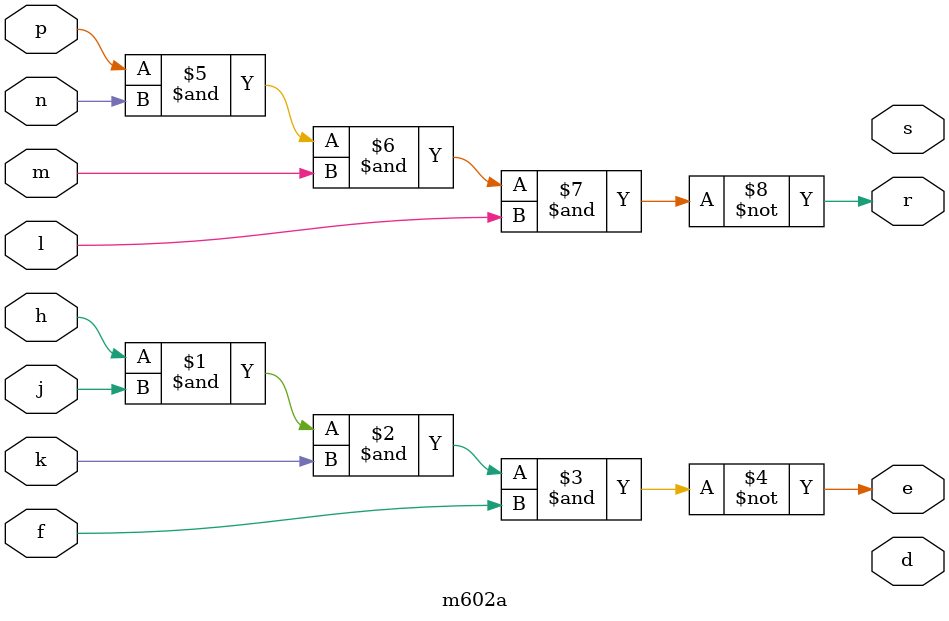
<source format=v>
module m602a (d, e, f, h, j, k, l, m, n, p, r, s);
output d;
output e;
input f;
input h;
input j;
input k;
input l;
input m;
input n;
input p;
output r;
output s;


assign e = ~(h & j & k & f);
assign r = ~(p & n & m & l);
// open collector 'wire-or's 
endmodule

</source>
